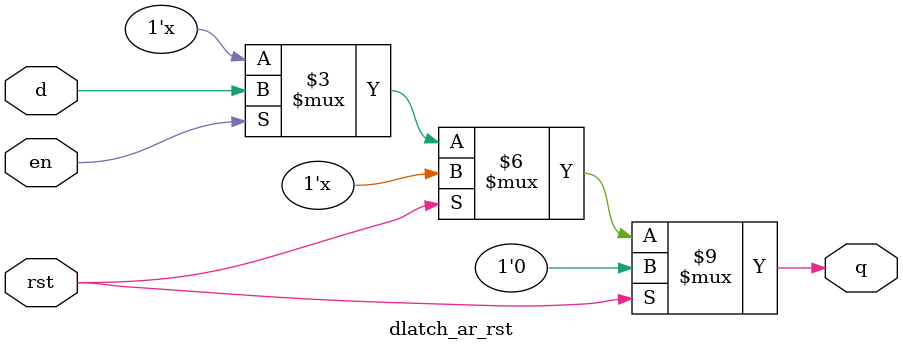
<source format=v>
`timescale 1ns / 1ps


module dlatch_ar_rst(q, en, d, rst);
input en, d, rst;
output reg q;

     always@(*)
        if(rst)
          q = 0;
        else if(en)
          q = d;
                                              
endmodule
</source>
